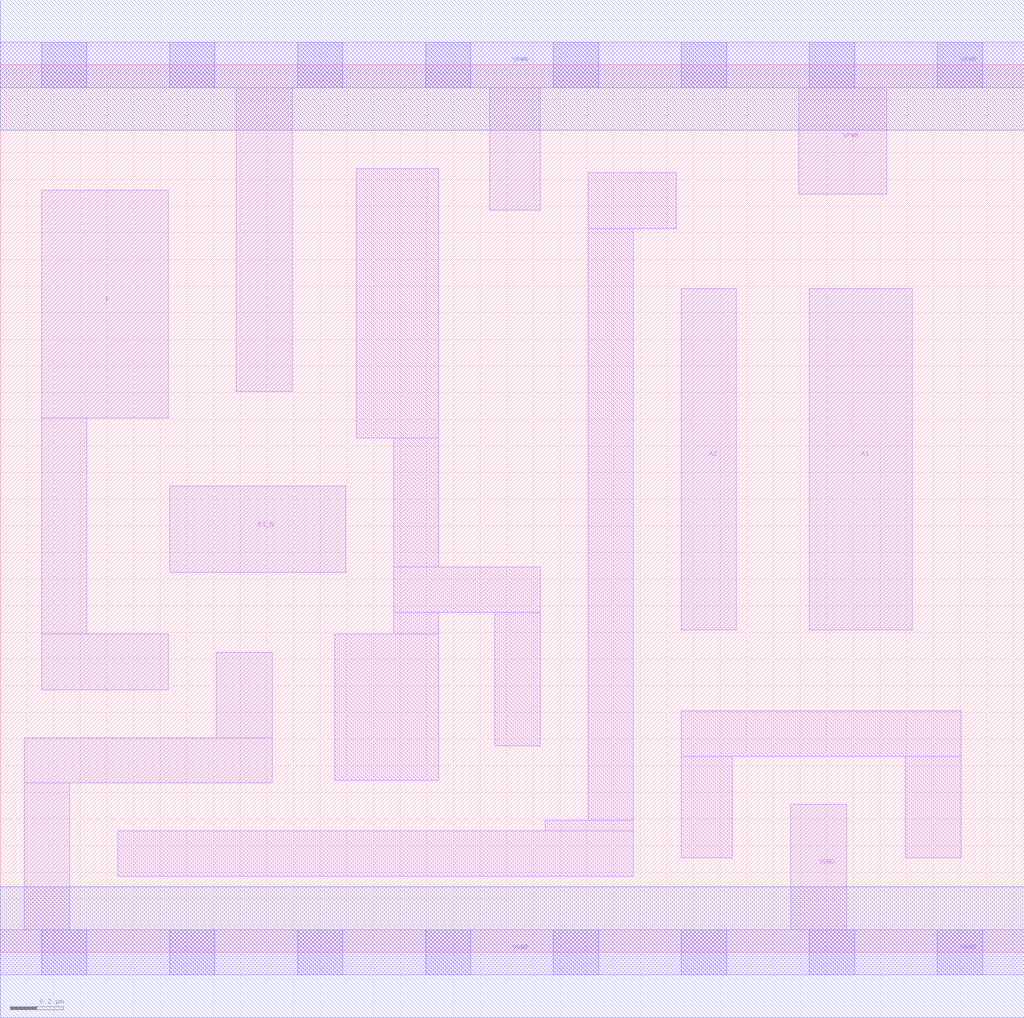
<source format=lef>
# Copyright 2020 The SkyWater PDK Authors
#
# Licensed under the Apache License, Version 2.0 (the "License");
# you may not use this file except in compliance with the License.
# You may obtain a copy of the License at
#
#     https://www.apache.org/licenses/LICENSE-2.0
#
# Unless required by applicable law or agreed to in writing, software
# distributed under the License is distributed on an "AS IS" BASIS,
# WITHOUT WARRANTIES OR CONDITIONS OF ANY KIND, either express or implied.
# See the License for the specific language governing permissions and
# limitations under the License.
#
# SPDX-License-Identifier: Apache-2.0

VERSION 5.7 ;
  NAMESCASESENSITIVE ON ;
  NOWIREEXTENSIONATPIN ON ;
  DIVIDERCHAR "/" ;
  BUSBITCHARS "[]" ;
UNITS
  DATABASE MICRONS 200 ;
END UNITS
MACRO sky130_fd_sc_lp__o21ba_m
  CLASS CORE ;
  SOURCE USER ;
  FOREIGN sky130_fd_sc_lp__o21ba_m ;
  ORIGIN  0.000000  0.000000 ;
  SIZE  3.840000 BY  3.330000 ;
  SYMMETRY X Y R90 ;
  SITE unit ;
  PIN A1
    ANTENNAGATEAREA  0.126000 ;
    DIRECTION INPUT ;
    USE SIGNAL ;
    PORT
      LAYER li1 ;
        RECT 3.035000 1.210000 3.420000 2.490000 ;
    END
  END A1
  PIN A2
    ANTENNAGATEAREA  0.126000 ;
    DIRECTION INPUT ;
    USE SIGNAL ;
    PORT
      LAYER li1 ;
        RECT 2.555000 1.210000 2.760000 2.490000 ;
    END
  END A2
  PIN B1_N
    ANTENNAGATEAREA  0.315000 ;
    DIRECTION INPUT ;
    USE SIGNAL ;
    PORT
      LAYER li1 ;
        RECT 0.635000 1.425000 1.295000 1.750000 ;
    END
  END B1_N
  PIN X
    ANTENNADIFFAREA  0.222600 ;
    DIRECTION OUTPUT ;
    USE SIGNAL ;
    PORT
      LAYER li1 ;
        RECT 0.155000 0.985000 0.630000 1.195000 ;
        RECT 0.155000 1.195000 0.325000 2.005000 ;
        RECT 0.155000 2.005000 0.630000 2.860000 ;
    END
  END X
  PIN VGND
    DIRECTION INOUT ;
    USE GROUND ;
    PORT
      LAYER li1 ;
        RECT 0.000000 -0.085000 3.840000 0.085000 ;
        RECT 0.090000  0.085000 0.260000 0.635000 ;
        RECT 0.090000  0.635000 1.020000 0.805000 ;
        RECT 0.810000  0.805000 1.020000 1.125000 ;
        RECT 2.965000  0.085000 3.175000 0.555000 ;
      LAYER mcon ;
        RECT 0.155000 -0.085000 0.325000 0.085000 ;
        RECT 0.635000 -0.085000 0.805000 0.085000 ;
        RECT 1.115000 -0.085000 1.285000 0.085000 ;
        RECT 1.595000 -0.085000 1.765000 0.085000 ;
        RECT 2.075000 -0.085000 2.245000 0.085000 ;
        RECT 2.555000 -0.085000 2.725000 0.085000 ;
        RECT 3.035000 -0.085000 3.205000 0.085000 ;
        RECT 3.515000 -0.085000 3.685000 0.085000 ;
      LAYER met1 ;
        RECT 0.000000 -0.245000 3.840000 0.245000 ;
    END
  END VGND
  PIN VPWR
    DIRECTION INOUT ;
    USE POWER ;
    PORT
      LAYER li1 ;
        RECT 0.000000 3.245000 3.840000 3.415000 ;
        RECT 0.885000 2.105000 1.095000 3.245000 ;
        RECT 1.835000 2.785000 2.025000 3.245000 ;
        RECT 2.995000 2.845000 3.325000 3.245000 ;
      LAYER mcon ;
        RECT 0.155000 3.245000 0.325000 3.415000 ;
        RECT 0.635000 3.245000 0.805000 3.415000 ;
        RECT 1.115000 3.245000 1.285000 3.415000 ;
        RECT 1.595000 3.245000 1.765000 3.415000 ;
        RECT 2.075000 3.245000 2.245000 3.415000 ;
        RECT 2.555000 3.245000 2.725000 3.415000 ;
        RECT 3.035000 3.245000 3.205000 3.415000 ;
        RECT 3.515000 3.245000 3.685000 3.415000 ;
      LAYER met1 ;
        RECT 0.000000 3.085000 3.840000 3.575000 ;
    END
  END VPWR
  OBS
    LAYER li1 ;
      RECT 0.440000 0.285000 2.375000 0.455000 ;
      RECT 1.255000 0.645000 1.645000 1.195000 ;
      RECT 1.335000 1.930000 1.645000 2.940000 ;
      RECT 1.475000 1.195000 1.645000 1.275000 ;
      RECT 1.475000 1.275000 2.025000 1.445000 ;
      RECT 1.475000 1.445000 1.645000 1.930000 ;
      RECT 1.855000 0.775000 2.025000 1.275000 ;
      RECT 2.045000 0.455000 2.375000 0.495000 ;
      RECT 2.205000 0.495000 2.375000 2.715000 ;
      RECT 2.205000 2.715000 2.535000 2.925000 ;
      RECT 2.555000 0.355000 2.745000 0.735000 ;
      RECT 2.555000 0.735000 3.605000 0.905000 ;
      RECT 3.395000 0.355000 3.605000 0.735000 ;
  END
END sky130_fd_sc_lp__o21ba_m

</source>
